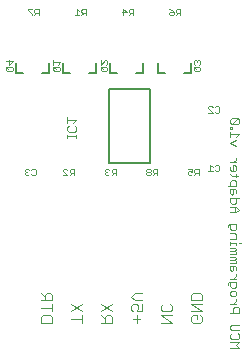
<source format=gbr>
G04 EAGLE Gerber RS-274X export*
G75*
%MOMM*%
%FSLAX34Y34*%
%LPD*%
%INSilkscreen Bottom*%
%IPPOS*%
%AMOC8*
5,1,8,0,0,1.08239X$1,22.5*%
G01*
%ADD10C,0.076200*%
%ADD11C,0.203200*%
%ADD12C,0.050800*%
%ADD13C,0.152400*%


D10*
X197253Y15798D02*
X204625Y15798D01*
X202168Y18256D01*
X204625Y20713D01*
X197253Y20713D01*
X204625Y26969D02*
X203397Y28197D01*
X204625Y26969D02*
X204625Y24511D01*
X203397Y23282D01*
X198482Y23282D01*
X197253Y24511D01*
X197253Y26969D01*
X198482Y28197D01*
X198482Y30767D02*
X204625Y30767D01*
X198482Y30767D02*
X197253Y31995D01*
X197253Y34453D01*
X198482Y35681D01*
X204625Y35681D01*
X204625Y45735D02*
X197253Y45735D01*
X204625Y45735D02*
X204625Y49421D01*
X203397Y50650D01*
X200939Y50650D01*
X199710Y49421D01*
X199710Y45735D01*
X197253Y53219D02*
X202168Y53219D01*
X202168Y55676D02*
X199710Y53219D01*
X202168Y55676D02*
X202168Y56905D01*
X197253Y60684D02*
X197253Y63142D01*
X198482Y64371D01*
X200939Y64371D01*
X202168Y63142D01*
X202168Y60684D01*
X200939Y59456D01*
X198482Y59456D01*
X197253Y60684D01*
X194796Y69397D02*
X194796Y70626D01*
X196024Y71855D01*
X202168Y71855D01*
X202168Y68169D01*
X200939Y66940D01*
X198482Y66940D01*
X197253Y68169D01*
X197253Y71855D01*
X197253Y74424D02*
X202168Y74424D01*
X199710Y74424D02*
X202168Y76882D01*
X202168Y78110D01*
X202168Y81890D02*
X202168Y84347D01*
X200939Y85576D01*
X197253Y85576D01*
X197253Y81890D01*
X198482Y80661D01*
X199710Y81890D01*
X199710Y85576D01*
X197253Y88145D02*
X202168Y88145D01*
X202168Y89374D01*
X200939Y90602D01*
X197253Y90602D01*
X200939Y90602D02*
X202168Y91831D01*
X200939Y93060D01*
X197253Y93060D01*
X197253Y95629D02*
X202168Y95629D01*
X202168Y96858D01*
X200939Y98087D01*
X197253Y98087D01*
X200939Y98087D02*
X202168Y99315D01*
X200939Y100544D01*
X197253Y100544D01*
X202168Y103113D02*
X202168Y104342D01*
X197253Y104342D01*
X197253Y103113D02*
X197253Y105571D01*
X204625Y104342D02*
X205854Y104342D01*
X202168Y108103D02*
X197253Y108103D01*
X202168Y108103D02*
X202168Y111789D01*
X200939Y113018D01*
X197253Y113018D01*
X194796Y118044D02*
X194796Y119273D01*
X196024Y120502D01*
X202168Y120502D01*
X202168Y116816D01*
X200939Y115587D01*
X198482Y115587D01*
X197253Y116816D01*
X197253Y120502D01*
X197253Y130555D02*
X202168Y130555D01*
X204625Y133013D01*
X202168Y135470D01*
X197253Y135470D01*
X200939Y135470D02*
X200939Y130555D01*
X204625Y142954D02*
X197253Y142954D01*
X197253Y139268D01*
X198482Y138039D01*
X200939Y138039D01*
X202168Y139268D01*
X202168Y142954D01*
X202168Y146752D02*
X202168Y149210D01*
X200939Y150438D01*
X197253Y150438D01*
X197253Y146752D01*
X198482Y145524D01*
X199710Y146752D01*
X199710Y150438D01*
X202168Y153008D02*
X194796Y153008D01*
X202168Y153008D02*
X202168Y156694D01*
X200939Y157923D01*
X198482Y157923D01*
X197253Y156694D01*
X197253Y153008D01*
X198482Y161721D02*
X203397Y161721D01*
X198482Y161721D02*
X197253Y162949D01*
X202168Y162949D02*
X202168Y160492D01*
X197253Y166710D02*
X197253Y169167D01*
X197253Y166710D02*
X198482Y165481D01*
X200939Y165481D01*
X202168Y166710D01*
X202168Y169167D01*
X200939Y170396D01*
X199710Y170396D01*
X199710Y165481D01*
X197253Y172965D02*
X202168Y172965D01*
X199710Y172965D02*
X202168Y175423D01*
X202168Y176652D01*
X202168Y186686D02*
X197253Y189144D01*
X202168Y191601D01*
X202168Y194171D02*
X204625Y196628D01*
X197253Y196628D01*
X197253Y194171D02*
X197253Y199085D01*
X197253Y201655D02*
X198482Y201655D01*
X198482Y202883D01*
X197253Y202883D01*
X197253Y201655D01*
X198482Y205397D02*
X203397Y205397D01*
X204625Y206625D01*
X204625Y209083D01*
X203397Y210312D01*
X198482Y210312D01*
X197253Y209083D01*
X197253Y206625D01*
X198482Y205397D01*
X203397Y210312D01*
X117704Y43652D02*
X117704Y37381D01*
X120839Y40516D02*
X114569Y40516D01*
X122407Y46736D02*
X122407Y53007D01*
X122407Y46736D02*
X117704Y46736D01*
X119272Y49872D01*
X119272Y51439D01*
X117704Y53007D01*
X114569Y53007D01*
X113001Y51439D01*
X113001Y48304D01*
X114569Y46736D01*
X116136Y56091D02*
X122407Y56091D01*
X116136Y56091D02*
X113001Y59227D01*
X116136Y62362D01*
X122407Y62362D01*
X138401Y37381D02*
X147807Y37381D01*
X138401Y43652D01*
X147807Y43652D01*
X147807Y51439D02*
X146239Y53007D01*
X147807Y51439D02*
X147807Y48304D01*
X146239Y46736D01*
X139969Y46736D01*
X138401Y48304D01*
X138401Y51439D01*
X139969Y53007D01*
X171639Y43652D02*
X173207Y42084D01*
X173207Y38949D01*
X171639Y37381D01*
X165369Y37381D01*
X163801Y38949D01*
X163801Y42084D01*
X165369Y43652D01*
X168504Y43652D01*
X168504Y40516D01*
X163801Y46736D02*
X173207Y46736D01*
X163801Y53007D01*
X173207Y53007D01*
X173207Y56091D02*
X163801Y56091D01*
X163801Y60794D01*
X165369Y62362D01*
X171639Y62362D01*
X173207Y60794D01*
X173207Y56091D01*
X97007Y37381D02*
X87601Y37381D01*
X97007Y37381D02*
X97007Y42084D01*
X95439Y43652D01*
X92304Y43652D01*
X90736Y42084D01*
X90736Y37381D01*
X90736Y40516D02*
X87601Y43652D01*
X87601Y53007D02*
X97007Y46736D01*
X97007Y53007D02*
X87601Y46736D01*
X71607Y40516D02*
X62201Y40516D01*
X71607Y37381D02*
X71607Y43652D01*
X71607Y46736D02*
X62201Y53007D01*
X62201Y46736D02*
X71607Y53007D01*
X46207Y37381D02*
X36801Y37381D01*
X36801Y42084D01*
X38369Y43652D01*
X44639Y43652D01*
X46207Y42084D01*
X46207Y37381D01*
X46207Y49872D02*
X36801Y49872D01*
X46207Y53007D02*
X46207Y46736D01*
X46207Y56091D02*
X36801Y56091D01*
X46207Y56091D02*
X46207Y60794D01*
X44639Y62362D01*
X41504Y62362D01*
X39936Y60794D01*
X39936Y56091D01*
X39936Y59227D02*
X36801Y62362D01*
D11*
X21500Y249000D02*
X15500Y249000D01*
X15500Y257000D01*
X37500Y249000D02*
X43500Y249000D01*
X43500Y257000D01*
D12*
X12033Y250141D02*
X8304Y250141D01*
X12033Y250141D02*
X12965Y251073D01*
X12965Y252937D01*
X12033Y253869D01*
X8304Y253869D01*
X7372Y252937D01*
X7372Y251073D01*
X8304Y250141D01*
X9236Y252005D02*
X7372Y253869D01*
X7372Y258550D02*
X12965Y258550D01*
X10168Y255754D01*
X10168Y259483D01*
X34859Y297608D02*
X34859Y303201D01*
X32063Y303201D01*
X31131Y302269D01*
X31131Y300404D01*
X32063Y299472D01*
X34859Y299472D01*
X32995Y299472D02*
X31131Y297608D01*
X29246Y303201D02*
X25518Y303201D01*
X25518Y302269D01*
X29246Y298540D01*
X29246Y297608D01*
X135359Y167701D02*
X135359Y162108D01*
X135359Y167701D02*
X132563Y167701D01*
X131631Y166769D01*
X131631Y164904D01*
X132563Y163972D01*
X135359Y163972D01*
X133495Y163972D02*
X131631Y162108D01*
X129746Y166769D02*
X128814Y167701D01*
X126950Y167701D01*
X126018Y166769D01*
X126018Y165837D01*
X126950Y164904D01*
X126018Y163972D01*
X126018Y163040D01*
X126950Y162108D01*
X128814Y162108D01*
X129746Y163040D01*
X129746Y163972D01*
X128814Y164904D01*
X129746Y165837D01*
X129746Y166769D01*
X128814Y164904D02*
X126950Y164904D01*
D11*
X135500Y249000D02*
X141500Y249000D01*
X135500Y249000D02*
X135500Y257000D01*
X157500Y249000D02*
X163500Y249000D01*
X163500Y257000D01*
D12*
X166972Y250141D02*
X170701Y250141D01*
X171633Y251073D01*
X171633Y252937D01*
X170701Y253869D01*
X166972Y253869D01*
X166040Y252937D01*
X166040Y251073D01*
X166972Y250141D01*
X167904Y252005D02*
X166040Y253869D01*
X170701Y255754D02*
X171633Y256686D01*
X171633Y258550D01*
X170701Y259483D01*
X169769Y259483D01*
X168836Y258550D01*
X168836Y257618D01*
X168836Y258550D02*
X167904Y259483D01*
X166972Y259483D01*
X166040Y258550D01*
X166040Y256686D01*
X166972Y255754D01*
X154859Y297608D02*
X154859Y303201D01*
X152063Y303201D01*
X151131Y302269D01*
X151131Y300404D01*
X152063Y299472D01*
X154859Y299472D01*
X152995Y299472D02*
X151131Y297608D01*
X147382Y302269D02*
X145518Y303201D01*
X147382Y302269D02*
X149246Y300404D01*
X149246Y298540D01*
X148314Y297608D01*
X146450Y297608D01*
X145518Y298540D01*
X145518Y299472D01*
X146450Y300404D01*
X149246Y300404D01*
X170359Y167701D02*
X170359Y162108D01*
X170359Y167701D02*
X167563Y167701D01*
X166631Y166769D01*
X166631Y164904D01*
X167563Y163972D01*
X170359Y163972D01*
X168495Y163972D02*
X166631Y162108D01*
X164746Y167701D02*
X161018Y167701D01*
X164746Y167701D02*
X164746Y164904D01*
X162882Y165837D01*
X161950Y165837D01*
X161018Y164904D01*
X161018Y163040D01*
X161950Y162108D01*
X163814Y162108D01*
X164746Y163040D01*
D11*
X101500Y249000D02*
X95500Y249000D01*
X95500Y257000D01*
X117500Y249000D02*
X123500Y249000D01*
X123500Y257000D01*
D12*
X92033Y250141D02*
X88304Y250141D01*
X92033Y250141D02*
X92965Y251073D01*
X92965Y252937D01*
X92033Y253869D01*
X88304Y253869D01*
X87372Y252937D01*
X87372Y251073D01*
X88304Y250141D01*
X89236Y252005D02*
X87372Y253869D01*
X87372Y255754D02*
X87372Y259483D01*
X87372Y255754D02*
X91101Y259483D01*
X92033Y259483D01*
X92965Y258550D01*
X92965Y256686D01*
X92033Y255754D01*
X114859Y297608D02*
X114859Y303201D01*
X112063Y303201D01*
X111131Y302269D01*
X111131Y300404D01*
X112063Y299472D01*
X114859Y299472D01*
X112995Y299472D02*
X111131Y297608D01*
X106450Y297608D02*
X106450Y303201D01*
X109246Y300404D01*
X105518Y300404D01*
X100359Y167701D02*
X100359Y162108D01*
X100359Y167701D02*
X97563Y167701D01*
X96631Y166769D01*
X96631Y164904D01*
X97563Y163972D01*
X100359Y163972D01*
X98495Y163972D02*
X96631Y162108D01*
X94746Y166769D02*
X93814Y167701D01*
X91950Y167701D01*
X91018Y166769D01*
X91018Y165837D01*
X91950Y164904D01*
X92882Y164904D01*
X91950Y164904D02*
X91018Y163972D01*
X91018Y163040D01*
X91950Y162108D01*
X93814Y162108D01*
X94746Y163040D01*
D11*
X61500Y249000D02*
X55500Y249000D01*
X55500Y257000D01*
X77500Y249000D02*
X83500Y249000D01*
X83500Y257000D01*
D12*
X52033Y250141D02*
X48304Y250141D01*
X52033Y250141D02*
X52965Y251073D01*
X52965Y252937D01*
X52033Y253869D01*
X48304Y253869D01*
X47372Y252937D01*
X47372Y251073D01*
X48304Y250141D01*
X49236Y252005D02*
X47372Y253869D01*
X51101Y255754D02*
X52965Y257618D01*
X47372Y257618D01*
X47372Y255754D02*
X47372Y259483D01*
X74859Y297608D02*
X74859Y303201D01*
X72063Y303201D01*
X71131Y302269D01*
X71131Y300404D01*
X72063Y299472D01*
X74859Y299472D01*
X72995Y299472D02*
X71131Y297608D01*
X69246Y301337D02*
X67382Y303201D01*
X67382Y297608D01*
X69246Y297608D02*
X65518Y297608D01*
X64859Y167701D02*
X64859Y162108D01*
X64859Y167701D02*
X62063Y167701D01*
X61131Y166769D01*
X61131Y164904D01*
X62063Y163972D01*
X64859Y163972D01*
X62995Y163972D02*
X61131Y162108D01*
X59246Y162108D02*
X55518Y162108D01*
X59246Y162108D02*
X55518Y165837D01*
X55518Y166769D01*
X56450Y167701D01*
X58314Y167701D01*
X59246Y166769D01*
D13*
X94190Y234740D02*
X128790Y234740D01*
X128790Y172260D02*
X94190Y172260D01*
X94190Y234740D01*
X128790Y234740D02*
X128790Y172260D01*
D10*
X59253Y193902D02*
X59253Y196360D01*
X59253Y195131D02*
X66625Y195131D01*
X66625Y193902D02*
X66625Y196360D01*
X66625Y202578D02*
X65397Y203806D01*
X66625Y202578D02*
X66625Y200120D01*
X65397Y198892D01*
X60482Y198892D01*
X59253Y200120D01*
X59253Y202578D01*
X60482Y203806D01*
X64168Y206376D02*
X66625Y208833D01*
X59253Y208833D01*
X59253Y206376D02*
X59253Y211291D01*
D12*
X184002Y219769D02*
X184934Y220701D01*
X186798Y220701D01*
X187730Y219769D01*
X187730Y216040D01*
X186798Y215108D01*
X184934Y215108D01*
X184002Y216040D01*
X182117Y215108D02*
X178388Y215108D01*
X182117Y215108D02*
X178388Y218837D01*
X178388Y219769D01*
X179321Y220701D01*
X181185Y220701D01*
X182117Y219769D01*
X184934Y170897D02*
X184002Y169965D01*
X184934Y170897D02*
X186798Y170897D01*
X187730Y169965D01*
X187730Y166236D01*
X186798Y165304D01*
X184934Y165304D01*
X184002Y166236D01*
X182117Y169033D02*
X180253Y170897D01*
X180253Y165304D01*
X182117Y165304D02*
X178388Y165304D01*
X29563Y167701D02*
X28631Y166769D01*
X29563Y167701D02*
X31427Y167701D01*
X32359Y166769D01*
X32359Y163040D01*
X31427Y162108D01*
X29563Y162108D01*
X28631Y163040D01*
X26746Y166769D02*
X25814Y167701D01*
X23950Y167701D01*
X23018Y166769D01*
X23018Y165837D01*
X23950Y164904D01*
X24882Y164904D01*
X23950Y164904D02*
X23018Y163972D01*
X23018Y163040D01*
X23950Y162108D01*
X25814Y162108D01*
X26746Y163040D01*
M02*

</source>
